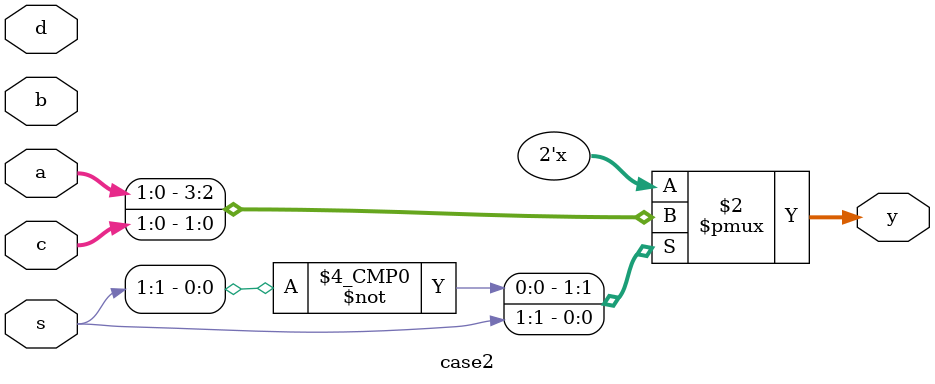
<source format=v>
module case2(a,b,c,d,s,y);

input [1:0]a;
input [1:0]b;
input [1:0]c;
input [1:0]d;
input [1:0]s;


output reg [1:0]y;

      always @(a,b,c,d,s)
       begin
		 
		 casez(s)
		 2'b0z: y =a;
		 2'b01: y =b;
		 2'b1z: y =c;
		 
	    default: y =0;
endcase 
end
endmodule


</source>
